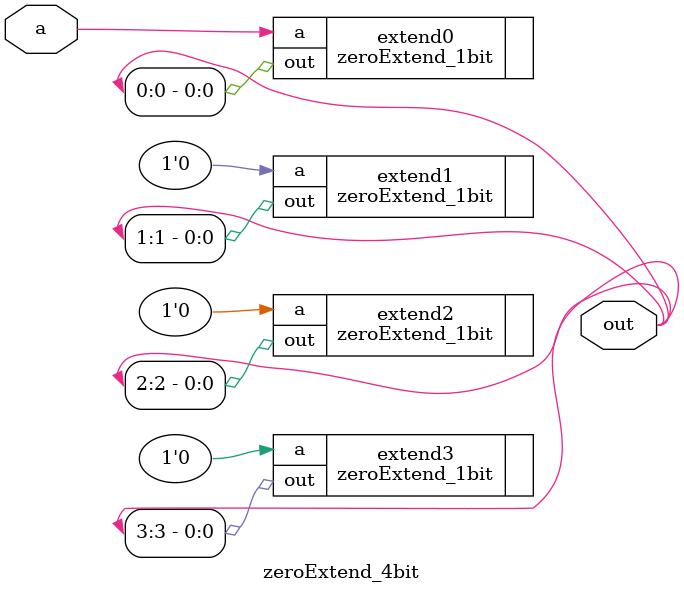
<source format=v>
`include "zeroextend_1bit.v"

module zeroExtend_4bit(a,out);
    input a;
    output [3:0] out;
    zeroExtend_1bit extend0(
        .a(a),
        .out(out[0])
    );
    zeroExtend_1bit extend1(
        .a(1'b0),
        .out(out[1])
    );
    zeroExtend_1bit extend2(
        .a(1'b0),
        .out(out[2])
    );
    zeroExtend_1bit extend3(
        .a(1'b0),
        .out(out[3])
    );
endmodule
</source>
